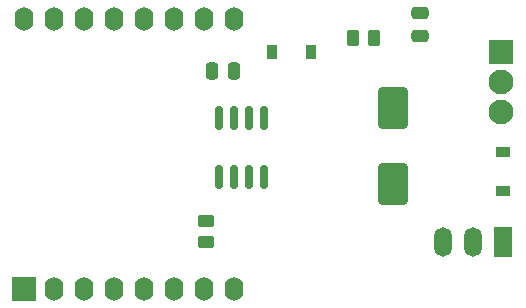
<source format=gbr>
%TF.GenerationSoftware,KiCad,Pcbnew,8.0.3*%
%TF.CreationDate,2024-09-12T16:22:09+02:00*%
%TF.ProjectId,LG-remote,4c472d72-656d-46f7-9465-2e6b69636164,rev?*%
%TF.SameCoordinates,Original*%
%TF.FileFunction,Soldermask,Top*%
%TF.FilePolarity,Negative*%
%FSLAX46Y46*%
G04 Gerber Fmt 4.6, Leading zero omitted, Abs format (unit mm)*
G04 Created by KiCad (PCBNEW 8.0.3) date 2024-09-12 16:22:09*
%MOMM*%
%LPD*%
G01*
G04 APERTURE LIST*
G04 Aperture macros list*
%AMRoundRect*
0 Rectangle with rounded corners*
0 $1 Rounding radius*
0 $2 $3 $4 $5 $6 $7 $8 $9 X,Y pos of 4 corners*
0 Add a 4 corners polygon primitive as box body*
4,1,4,$2,$3,$4,$5,$6,$7,$8,$9,$2,$3,0*
0 Add four circle primitives for the rounded corners*
1,1,$1+$1,$2,$3*
1,1,$1+$1,$4,$5*
1,1,$1+$1,$6,$7*
1,1,$1+$1,$8,$9*
0 Add four rect primitives between the rounded corners*
20,1,$1+$1,$2,$3,$4,$5,0*
20,1,$1+$1,$4,$5,$6,$7,0*
20,1,$1+$1,$6,$7,$8,$9,0*
20,1,$1+$1,$8,$9,$2,$3,0*%
G04 Aperture macros list end*
%ADD10R,2.100000X2.100000*%
%ADD11C,2.100000*%
%ADD12R,1.200000X0.900000*%
%ADD13RoundRect,0.250000X1.000000X-1.500000X1.000000X1.500000X-1.000000X1.500000X-1.000000X-1.500000X0*%
%ADD14RoundRect,0.250000X-0.262500X-0.450000X0.262500X-0.450000X0.262500X0.450000X-0.262500X0.450000X0*%
%ADD15RoundRect,0.250000X-0.250000X-0.475000X0.250000X-0.475000X0.250000X0.475000X-0.250000X0.475000X0*%
%ADD16RoundRect,0.150000X0.150000X-0.825000X0.150000X0.825000X-0.150000X0.825000X-0.150000X-0.825000X0*%
%ADD17R,1.500000X2.500000*%
%ADD18O,1.500000X2.500000*%
%ADD19RoundRect,0.250000X-0.450000X0.262500X-0.450000X-0.262500X0.450000X-0.262500X0.450000X0.262500X0*%
%ADD20R,2.000000X2.000000*%
%ADD21O,1.600000X2.000000*%
%ADD22RoundRect,0.250000X0.475000X-0.250000X0.475000X0.250000X-0.475000X0.250000X-0.475000X-0.250000X0*%
%ADD23R,0.900000X1.200000*%
G04 APERTURE END LIST*
D10*
%TO.C,J1*%
X139446000Y-81915000D03*
D11*
X139446000Y-84455000D03*
X139446000Y-86995000D03*
%TD*%
D12*
%TO.C,D1*%
X139573000Y-93725000D03*
X139573000Y-90425000D03*
%TD*%
D13*
%TO.C,C3*%
X130302000Y-93166000D03*
X130302000Y-86666000D03*
%TD*%
D14*
%TO.C,R1*%
X126849500Y-80772000D03*
X128674500Y-80772000D03*
%TD*%
D15*
%TO.C,C2*%
X114940000Y-83566000D03*
X116840000Y-83566000D03*
%TD*%
D16*
%TO.C,U2*%
X115570000Y-92518000D03*
X116840000Y-92518000D03*
X118110000Y-92518000D03*
X119380000Y-92518000D03*
X119380000Y-87568000D03*
X118110000Y-87568000D03*
X116840000Y-87568000D03*
X115570000Y-87568000D03*
%TD*%
D17*
%TO.C,U1*%
X139573000Y-98044000D03*
D18*
X137033000Y-98044000D03*
X134493000Y-98044000D03*
%TD*%
D19*
%TO.C,R2*%
X114427000Y-96242500D03*
X114427000Y-98067500D03*
%TD*%
D20*
%TO.C,U3*%
X99060000Y-102004000D03*
D21*
X101600000Y-102004000D03*
X104140000Y-102004000D03*
X106680000Y-102004000D03*
X109220000Y-102004000D03*
X111760000Y-102004000D03*
X114300000Y-102004000D03*
X116840000Y-102004000D03*
X116840000Y-79144000D03*
X114300000Y-79144000D03*
X111760000Y-79144000D03*
X109220000Y-79144000D03*
X106680000Y-79144000D03*
X104140000Y-79144000D03*
X101600000Y-79144000D03*
X99060000Y-79144000D03*
%TD*%
D22*
%TO.C,C1*%
X132588000Y-80579000D03*
X132588000Y-78679000D03*
%TD*%
D23*
%TO.C,D2*%
X123316000Y-81915000D03*
X120016000Y-81915000D03*
%TD*%
M02*

</source>
